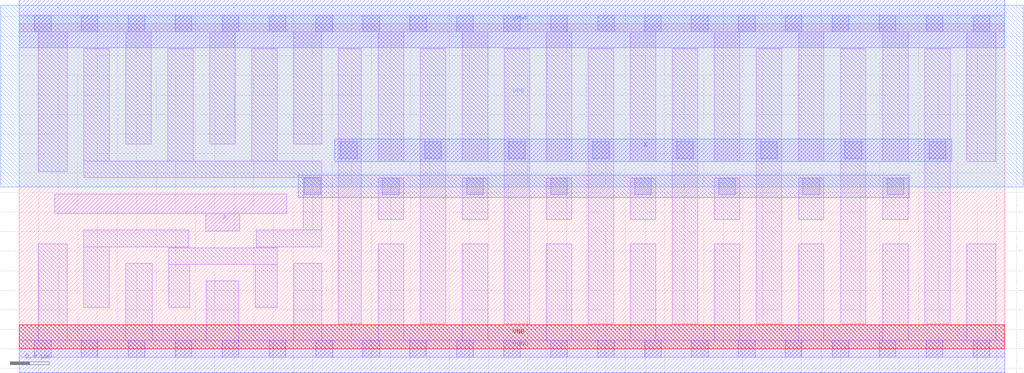
<source format=lef>
# Copyright 2020 The SkyWater PDK Authors
#
# Licensed under the Apache License, Version 2.0 (the "License");
# you may not use this file except in compliance with the License.
# You may obtain a copy of the License at
#
#     https://www.apache.org/licenses/LICENSE-2.0
#
# Unless required by applicable law or agreed to in writing, software
# distributed under the License is distributed on an "AS IS" BASIS,
# WITHOUT WARRANTIES OR CONDITIONS OF ANY KIND, either express or implied.
# See the License for the specific language governing permissions and
# limitations under the License.
#
# SPDX-License-Identifier: Apache-2.0

VERSION 5.7 ;
  NOWIREEXTENSIONATPIN ON ;
  DIVIDERCHAR "/" ;
  BUSBITCHARS "[]" ;
MACRO sky130_fd_sc_lp__buf_16
  CLASS CORE ;
  FOREIGN sky130_fd_sc_lp__buf_16 ;
  ORIGIN  0.000000  0.000000 ;
  SIZE  10.08000 BY  3.330000 ;
  SYMMETRY X Y R90 ;
  SITE unit ;
  PIN A
    ANTENNAGATEAREA  1.890000 ;
    DIRECTION INPUT ;
    USE SIGNAL ;
    PORT
      LAYER li1 ;
        RECT 0.365000 1.385000 2.735000 1.585000 ;
        RECT 1.905000 1.205000 2.255000 1.385000 ;
    END
  END A
  PIN X
    ANTENNADIFFAREA  4.704000 ;
    DIRECTION OUTPUT ;
    USE SIGNAL ;
    PORT
      LAYER met1 ;
        RECT 3.225000 1.920000 9.535000 2.150000 ;
    END
  END X
  PIN VGND
    DIRECTION INOUT ;
    USE GROUND ;
    PORT
      LAYER met1 ;
        RECT 0.000000 -0.245000 10.080000 0.245000 ;
    END
  END VGND
  PIN VNB
    DIRECTION INOUT ;
    USE GROUND ;
    PORT
      LAYER pwell ;
        RECT 0.000000 0.000000 10.080000 0.245000 ;
    END
  END VNB
  PIN VPB
    DIRECTION INOUT ;
    USE POWER ;
    PORT
      LAYER nwell ;
        RECT -0.190000 1.655000 10.270000 3.520000 ;
    END
  END VPB
  PIN VPWR
    DIRECTION INOUT ;
    USE POWER ;
    PORT
      LAYER met1 ;
        RECT 0.000000 3.085000 10.080000 3.575000 ;
    END
  END VPWR
  OBS
    LAYER li1 ;
      RECT 0.000000 -0.085000 10.080000 0.085000 ;
      RECT 0.000000  3.245000 10.080000 3.415000 ;
      RECT 0.195000  0.085000  0.490000 1.075000 ;
      RECT 0.195000  1.815000  0.490000 3.245000 ;
      RECT 0.660000  0.425000  0.920000 1.045000 ;
      RECT 0.660000  1.045000  1.735000 1.215000 ;
      RECT 0.660000  1.755000  3.095000 1.925000 ;
      RECT 0.660000  1.925000  0.920000 3.075000 ;
      RECT 1.090000  0.085000  1.360000 0.875000 ;
      RECT 1.090000  2.095000  1.350000 3.245000 ;
      RECT 1.520000  1.925000  1.780000 3.075000 ;
      RECT 1.530000  0.425000  1.745000 0.865000 ;
      RECT 1.530000  0.865000  2.640000 1.035000 ;
      RECT 1.530000  1.035000  1.735000 1.045000 ;
      RECT 1.915000  0.085000  2.245000 0.695000 ;
      RECT 1.950000  2.095000  2.210000 3.245000 ;
      RECT 2.380000  1.925000  2.640000 3.075000 ;
      RECT 2.415000  0.425000  2.640000 0.865000 ;
      RECT 2.425000  1.035000  2.640000 1.045000 ;
      RECT 2.425000  1.045000  3.095000 1.215000 ;
      RECT 2.810000  0.085000  3.095000 0.875000 ;
      RECT 2.810000  2.095000  3.095000 3.245000 ;
      RECT 2.905000  1.215000  3.095000 1.755000 ;
      RECT 3.265000  0.255000  3.500000 3.075000 ;
      RECT 3.670000  0.085000  3.930000 1.075000 ;
      RECT 3.670000  1.325000  3.930000 1.750000 ;
      RECT 3.670000  1.920000  3.930000 3.245000 ;
      RECT 4.100000  0.255000  4.360000 3.075000 ;
      RECT 4.530000  0.085000  4.790000 1.075000 ;
      RECT 4.530000  1.325000  4.790000 1.750000 ;
      RECT 4.530000  1.920000  4.790000 3.245000 ;
      RECT 4.960000  0.255000  5.220000 3.075000 ;
      RECT 5.390000  0.085000  5.650000 1.075000 ;
      RECT 5.390000  1.325000  5.650000 1.750000 ;
      RECT 5.390000  1.920000  5.650000 3.245000 ;
      RECT 5.820000  0.255000  6.080000 3.075000 ;
      RECT 6.250000  0.085000  6.510000 1.075000 ;
      RECT 6.250000  1.325000  6.510000 1.750000 ;
      RECT 6.250000  1.920000  6.510000 3.245000 ;
      RECT 6.680000  0.255000  6.940000 3.075000 ;
      RECT 7.110000  0.085000  7.370000 1.075000 ;
      RECT 7.110000  1.325000  7.370000 1.750000 ;
      RECT 7.110000  1.920000  7.370000 3.245000 ;
      RECT 7.540000  0.255000  7.800000 3.075000 ;
      RECT 7.970000  0.085000  8.230000 1.075000 ;
      RECT 7.970000  1.325000  8.230000 1.750000 ;
      RECT 7.970000  1.920000  8.230000 3.245000 ;
      RECT 8.400000  0.255000  8.660000 3.075000 ;
      RECT 8.830000  0.085000  9.090000 1.075000 ;
      RECT 8.830000  1.325000  9.090000 1.750000 ;
      RECT 8.830000  1.920000  9.090000 3.245000 ;
      RECT 9.260000  0.255000  9.520000 3.075000 ;
      RECT 9.690000  0.085000  9.985000 1.075000 ;
      RECT 9.690000  1.920000  9.985000 3.245000 ;
    LAYER mcon ;
      RECT 0.155000 -0.085000 0.325000 0.085000 ;
      RECT 0.155000  3.245000 0.325000 3.415000 ;
      RECT 0.635000 -0.085000 0.805000 0.085000 ;
      RECT 0.635000  3.245000 0.805000 3.415000 ;
      RECT 1.115000 -0.085000 1.285000 0.085000 ;
      RECT 1.115000  3.245000 1.285000 3.415000 ;
      RECT 1.595000 -0.085000 1.765000 0.085000 ;
      RECT 1.595000  3.245000 1.765000 3.415000 ;
      RECT 2.075000 -0.085000 2.245000 0.085000 ;
      RECT 2.075000  3.245000 2.245000 3.415000 ;
      RECT 2.555000 -0.085000 2.725000 0.085000 ;
      RECT 2.555000  3.245000 2.725000 3.415000 ;
      RECT 2.915000  1.580000 3.085000 1.750000 ;
      RECT 3.035000 -0.085000 3.205000 0.085000 ;
      RECT 3.035000  3.245000 3.205000 3.415000 ;
      RECT 3.285000  1.950000 3.455000 2.120000 ;
      RECT 3.515000 -0.085000 3.685000 0.085000 ;
      RECT 3.515000  3.245000 3.685000 3.415000 ;
      RECT 3.715000  1.580000 3.885000 1.750000 ;
      RECT 3.995000 -0.085000 4.165000 0.085000 ;
      RECT 3.995000  3.245000 4.165000 3.415000 ;
      RECT 4.145000  1.950000 4.315000 2.120000 ;
      RECT 4.475000 -0.085000 4.645000 0.085000 ;
      RECT 4.475000  3.245000 4.645000 3.415000 ;
      RECT 4.575000  1.580000 4.745000 1.750000 ;
      RECT 4.955000 -0.085000 5.125000 0.085000 ;
      RECT 4.955000  3.245000 5.125000 3.415000 ;
      RECT 5.005000  1.950000 5.175000 2.120000 ;
      RECT 5.435000 -0.085000 5.605000 0.085000 ;
      RECT 5.435000  1.580000 5.605000 1.750000 ;
      RECT 5.435000  3.245000 5.605000 3.415000 ;
      RECT 5.865000  1.950000 6.035000 2.120000 ;
      RECT 5.915000 -0.085000 6.085000 0.085000 ;
      RECT 5.915000  3.245000 6.085000 3.415000 ;
      RECT 6.295000  1.580000 6.465000 1.750000 ;
      RECT 6.395000 -0.085000 6.565000 0.085000 ;
      RECT 6.395000  3.245000 6.565000 3.415000 ;
      RECT 6.725000  1.950000 6.895000 2.120000 ;
      RECT 6.875000 -0.085000 7.045000 0.085000 ;
      RECT 6.875000  3.245000 7.045000 3.415000 ;
      RECT 7.155000  1.580000 7.325000 1.750000 ;
      RECT 7.355000 -0.085000 7.525000 0.085000 ;
      RECT 7.355000  3.245000 7.525000 3.415000 ;
      RECT 7.585000  1.950000 7.755000 2.120000 ;
      RECT 7.835000 -0.085000 8.005000 0.085000 ;
      RECT 7.835000  3.245000 8.005000 3.415000 ;
      RECT 8.015000  1.580000 8.185000 1.750000 ;
      RECT 8.315000 -0.085000 8.485000 0.085000 ;
      RECT 8.315000  3.245000 8.485000 3.415000 ;
      RECT 8.445000  1.950000 8.615000 2.120000 ;
      RECT 8.795000 -0.085000 8.965000 0.085000 ;
      RECT 8.795000  3.245000 8.965000 3.415000 ;
      RECT 8.875000  1.580000 9.045000 1.750000 ;
      RECT 9.275000 -0.085000 9.445000 0.085000 ;
      RECT 9.275000  3.245000 9.445000 3.415000 ;
      RECT 9.305000  1.950000 9.475000 2.120000 ;
      RECT 9.755000 -0.085000 9.925000 0.085000 ;
      RECT 9.755000  3.245000 9.925000 3.415000 ;
    LAYER met1 ;
      RECT 2.855000 1.550000 9.105000 1.780000 ;
  END
END sky130_fd_sc_lp__buf_16
END LIBRARY

</source>
